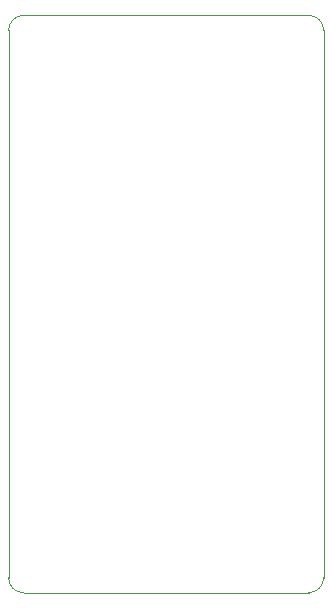
<source format=gbr>
%TF.GenerationSoftware,KiCad,Pcbnew,5.1.5+dfsg1-2~bpo10+1*%
%TF.CreationDate,2020-10-04T09:46:05+00:00*%
%TF.ProjectId,PIS,5049532e-6b69-4636-9164-5f7063625858,rev?*%
%TF.SameCoordinates,Original*%
%TF.FileFunction,Other,ECO2*%
%FSLAX45Y45*%
G04 Gerber Fmt 4.5, Leading zero omitted, Abs format (unit mm)*
G04 Created by KiCad (PCBNEW 5.1.5+dfsg1-2~bpo10+1) date 2020-10-04 09:46:05*
%MOMM*%
%LPD*%
G04 APERTURE LIST*
%ADD10C,0.120000*%
G04 APERTURE END LIST*
D10*
X-190500Y507511D02*
G75*
G02X-63500Y634511I127000J0D01*
G01*
X2476500Y-4127500D02*
G75*
G02X2349500Y-4254500I-127000J0D01*
G01*
X2349500Y634511D02*
G75*
G02X2476500Y507511I0J-127000D01*
G01*
X-63500Y-4254989D02*
G75*
G02X-190500Y-4127989I0J127000D01*
G01*
X2476500Y-4127500D02*
X2476500Y508000D01*
X-63500Y-4254500D02*
X2349500Y-4254500D01*
X-190500Y508000D02*
X-190500Y-4127500D01*
X2349500Y634511D02*
X-63500Y634511D01*
M02*

</source>
